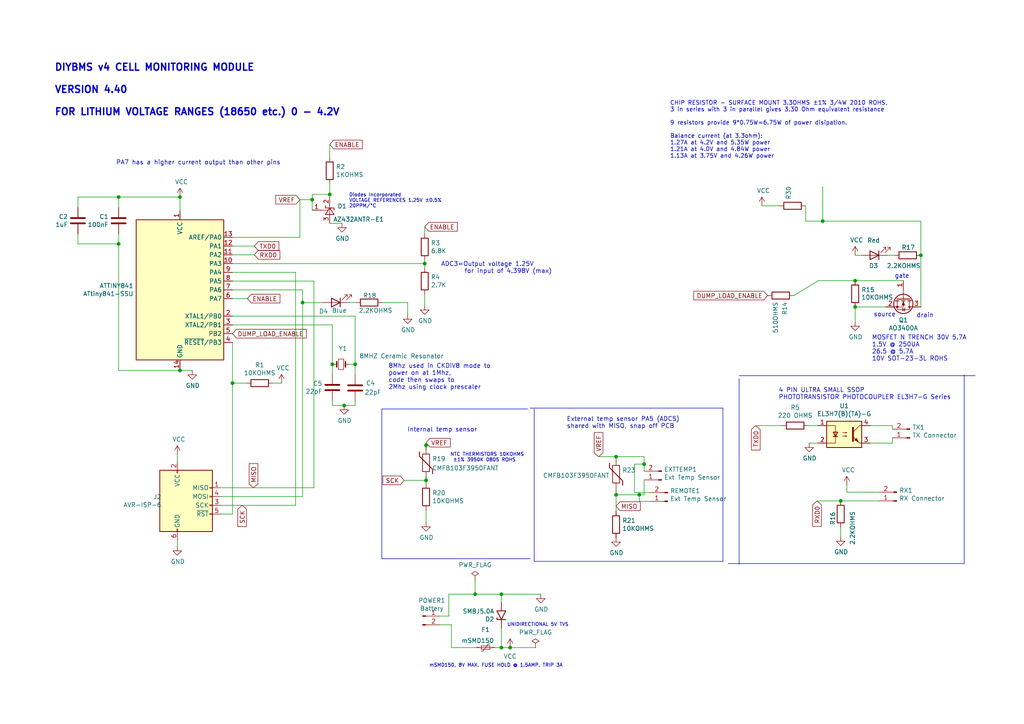
<source format=kicad_sch>
(kicad_sch (version 20230121) (generator eeschema)
  (paper "A4")
  (title_block (title "DIYBMS cell monitoring module") (date "2021-03-03") (rev "4.4") (company "Stuart Pittaway"))
  (lib_symbols
    (symbol "Connector:AVR-ISP-6" (pin_names (offset 1.016))
      (property "Reference" "J" (at -6.35 11.43 0))
      (property "Value" "AVR-ISP-6" (at 0 11.43 0))
      (symbol "AVR-ISP-6_0_1"
        (rectangle (start -2.667 -6.858) (end -2.413 -7.62))
        (rectangle (start -2.667 10.16) (end -2.413 9.398))
        (rectangle (start 7.62 -2.413) (end 6.858 -2.667))
        (rectangle (start 7.62 0.127) (end 6.858 -0.127))
        (rectangle (start 7.62 2.667) (end 6.858 2.413))
        (rectangle (start 7.62 5.207) (end 6.858 4.953))
        (rectangle (start 7.62 10.16) (end -7.62 -7.62) (stroke (width 0.254)) (fill (type background)))
      )
      (symbol "AVR-ISP-6_1_1"
        (pin passive line (at 10.16 5.08 180) (length 2.54) (name "MISO") (number "1"))
        (pin passive line (at -2.54 12.7 270) (length 2.54) (name "VCC") (number "2"))
        (pin passive line (at 10.16 0 180) (length 2.54) (name "SCK") (number "3"))
        (pin passive line (at 10.16 2.54 180) (length 2.54) (name "MOSI") (number "4"))
        (pin passive line (at 10.16 -2.54 180) (length 2.54) (name "~{RST}") (number "5"))
        (pin passive line (at -2.54 -10.16 90) (length 2.54) (name "GND") (number "6"))
      )
    )
    (symbol "Device:C" (pin_numbers hide) (pin_names (offset 0.254))
      (property "Reference" "C" (at 0.635 2.54 0))
      (property "Value" "C" (at 0.635 -2.54 0))
      (symbol "C_0_1"
        (polyline (pts (xy -2.032 -0.762) (xy 2.032 -0.762)) (stroke (width 0.508)))
        (polyline (pts (xy -2.032 0.762) (xy 2.032 0.762)) (stroke (width 0.508)))
      )
      (symbol "C_1_1"
        (pin passive line (at 0 3.81 270) (length 2.794) (name "~") (number "1"))
        (pin passive line (at 0 -3.81 90) (length 2.794) (name "~") (number "2"))
      )
    )
    (symbol "Device:Crystal_Small" (pin_numbers hide) (pin_names (offset 1.016) hide)
      (property "Reference" "Y" (at 0 2.54 0))
      (property "Value" "Crystal_Small" (at 0 -2.54 0))
      (symbol "Crystal_Small_0_1"
        (rectangle (start -0.762 -1.524) (end 0.762 1.524))
        (polyline (pts (xy -1.27 -0.762) (xy -1.27 0.762)) (stroke (width 0.381)))
        (polyline (pts (xy 1.27 -0.762) (xy 1.27 0.762)) (stroke (width 0.381)))
      )
      (symbol "Crystal_Small_1_1"
        (pin passive line (at -2.54 0 0) (length 1.27) (name "1") (number "1"))
        (pin passive line (at 2.54 0 180) (length 1.27) (name "2") (number "2"))
      )
    )
    (symbol "Device:LED" (pin_numbers hide) (pin_names (offset 1.016) hide)
      (property "Reference" "D" (at 0 2.54 0))
      (property "Value" "LED" (at 0 -2.54 0))
      (symbol "LED_0_1"
        (polyline (pts (xy -1.27 -1.27) (xy -1.27 1.27)) (stroke (width 0.254)))
        (polyline (pts (xy -1.27 0) (xy 1.27 0)))
        (polyline (pts (xy 1.27 -1.27) (xy 1.27 1.27) (xy -1.27 0) (xy 1.27 -1.27)) (stroke (width 0.254)))
        (polyline (pts (xy -3.048 -0.762) (xy -4.572 -2.286) (xy -3.81 -2.286) (xy -4.572 -2.286) (xy -4.572 -1.524)))
        (polyline (pts (xy -1.778 -0.762) (xy -3.302 -2.286) (xy -2.54 -2.286) (xy -3.302 -2.286) (xy -3.302 -1.524)))
      )
      (symbol "LED_1_1"
        (pin passive line (at -3.81 0 0) (length 2.54) (name "K") (number "1"))
        (pin passive line (at 3.81 0 180) (length 2.54) (name "A") (number "2"))
      )
    )
    (symbol "Device:Polyfuse_Small" (pin_numbers hide) (pin_names (offset 0))
      (property "Reference" "F" (at -1.905 0 90))
      (property "Value" "Polyfuse_Small" (at 1.905 0 90))
      (symbol "Polyfuse_Small_0_1"
        (rectangle (start -0.508 1.27) (end 0.508 -1.27))
        (polyline (pts (xy 0 2.54) (xy 0 -2.54)))
        (polyline (pts (xy -1.016 1.27) (xy -1.016 0.762) (xy 1.016 -0.762) (xy 1.016 -1.27)))
      )
      (symbol "Polyfuse_Small_1_1"
        (pin passive line (at 0 2.54 270) (length 0.635) (name "~") (number "1"))
        (pin passive line (at 0 -2.54 90) (length 0.635) (name "~") (number "2"))
      )
    )
    (symbol "Device:Q_NMOS_GSD" (pin_names (offset 0) hide)
      (property "Reference" "Q" (at 5.08 1.27 0))
      (property "Value" "Q_NMOS_GSD" (at 5.08 -1.27 0))
      (symbol "Q_NMOS_GSD_0_1"
        (polyline (pts (xy 0.254 0) (xy -2.54 0)))
        (polyline (pts (xy 0.254 1.905) (xy 0.254 -1.905)) (stroke (width 0.254)))
        (polyline (pts (xy 0.762 -1.27) (xy 0.762 -2.286)) (stroke (width 0.254)))
        (polyline (pts (xy 0.762 0.508) (xy 0.762 -0.508)) (stroke (width 0.254)))
        (polyline (pts (xy 0.762 2.286) (xy 0.762 1.27)) (stroke (width 0.254)))
        (polyline (pts (xy 2.54 2.54) (xy 2.54 1.778)))
        (polyline (pts (xy 2.54 -2.54) (xy 2.54 0) (xy 0.762 0)))
        (polyline (pts (xy 0.762 -1.778) (xy 3.302 -1.778) (xy 3.302 1.778) (xy 0.762 1.778)))
        (polyline (pts (xy 1.016 0) (xy 2.032 0.381) (xy 2.032 -0.381) (xy 1.016 0)) (fill (type outline)))
        (polyline (pts (xy 2.794 0.508) (xy 2.921 0.381) (xy 3.683 0.381) (xy 3.81 0.254)))
        (polyline (pts (xy 3.302 0.381) (xy 2.921 -0.254) (xy 3.683 -0.254) (xy 3.302 0.381)))
        (circle (center 1.651 0) (radius 2.794) (stroke (width 0.254)))
        (circle (center 2.54 -1.778) (radius 0.254) (fill (type outline)))
        (circle (center 2.54 1.778) (radius 0.254) (fill (type outline)))
      )
      (symbol "Q_NMOS_GSD_1_1"
        (pin input line (at -5.08 0 0) (length 2.54) (name "G") (number "1"))
        (pin passive line (at 2.54 -5.08 90) (length 2.54) (name "S") (number "2"))
        (pin passive line (at 2.54 5.08 270) (length 2.54) (name "D") (number "3"))
      )
    )
    (symbol "Device:R" (pin_numbers hide) (pin_names (offset 0))
      (property "Reference" "R" (at 2.032 0 90))
      (property "Value" "R" (at 0 0 90))
      (symbol "R_0_1"
        (rectangle (start -1.016 -2.54) (end 1.016 2.54) (stroke (width 0.254)))
      )
      (symbol "R_1_1"
        (pin passive line (at 0 3.81 270) (length 1.27) (name "~") (number "1"))
        (pin passive line (at 0 -3.81 90) (length 1.27) (name "~") (number "2"))
      )
    )
    (symbol "Device:Thermistor" (pin_numbers hide) (pin_names (offset 0))
      (property "Reference" "TH" (at 2.54 1.27 90))
      (property "Value" "Thermistor" (at -2.54 0 90))
      (symbol "Thermistor_0_1"
        (rectangle (start -1.016 2.54) (end 1.016 -2.54) (stroke (width 0.2032)))
        (polyline (pts (xy -1.905 3.175) (xy -1.905 1.905) (xy 1.905 -1.905) (xy 1.905 -3.175) (xy 1.905 -3.175)) (stroke (width 0.254)))
      )
      (symbol "Thermistor_1_1"
        (pin passive line (at 0 5.08 270) (length 2.54) (name "~") (number "1"))
        (pin passive line (at 0 -5.08 90) (length 2.54) (name "~") (number "2"))
      )
    )
    (symbol "Diode:SM6T6V8A" (pin_numbers hide) (pin_names (offset 1.016) hide)
      (property "Reference" "D" (at 0 2.54 0))
      (property "Value" "SM6T6V8A" (at 0 -2.54 0))
      (symbol "SM6T6V8A_0_1"
        (polyline (pts (xy -0.762 1.27) (xy -1.27 1.27) (xy -1.27 -1.27)) (stroke (width 0.254)))
        (polyline (pts (xy 1.27 1.27) (xy 1.27 -1.27) (xy -1.27 0) (xy 1.27 1.27)) (stroke (width 0.254)))
      )
      (symbol "SM6T6V8A_1_1"
        (pin passive line (at -3.81 0 0) (length 2.54) (name "A1") (number "1"))
        (pin passive line (at 3.81 0 180) (length 2.54) (name "A2") (number "2"))
      )
    )
    (symbol "Isolator:PC817" (pin_names (offset 1.016))
      (property "Reference" "U" (at -5.08 5.08 0))
      (property "Value" "PC817" (at 0 5.08 0))
      (symbol "PC817_0_1"
        (rectangle (start -5.08 3.81) (end 5.08 -3.81) (stroke (width 0.254)) (fill (type background)))
        (polyline (pts (xy -3.175 -0.635) (xy -1.905 -0.635)) (stroke (width 0.254)))
        (polyline (pts (xy 2.54 0.635) (xy 4.445 2.54)))
        (polyline (pts (xy 4.445 -2.54) (xy 2.54 -0.635)) (fill (type outline)))
        (polyline (pts (xy 4.445 -2.54) (xy 5.08 -2.54)))
        (polyline (pts (xy 4.445 2.54) (xy 5.08 2.54)))
        (polyline (pts (xy -5.08 2.54) (xy -2.54 2.54) (xy -2.54 -0.635)))
        (polyline (pts (xy -2.54 -0.635) (xy -2.54 -2.54) (xy -5.08 -2.54)))
        (polyline (pts (xy 2.54 1.905) (xy 2.54 -1.905) (xy 2.54 -1.905)) (stroke (width 0.508)))
        (polyline (pts (xy -2.54 -0.635) (xy -3.175 0.635) (xy -1.905 0.635) (xy -2.54 -0.635)) (stroke (width 0.254)))
        (polyline (pts (xy -0.508 -0.508) (xy 0.762 -0.508) (xy 0.381 -0.635) (xy 0.381 -0.381) (xy 0.762 -0.508)))
        (polyline (pts (xy -0.508 0.508) (xy 0.762 0.508) (xy 0.381 0.381) (xy 0.381 0.635) (xy 0.762 0.508)))
        (polyline (pts (xy 3.048 -1.651) (xy 3.556 -1.143) (xy 4.064 -2.159) (xy 3.048 -1.651) (xy 3.048 -1.651)) (fill (type outline)))
      )
      (symbol "PC817_1_1"
        (pin passive line (at -7.62 2.54 0) (length 2.54) (name "~") (number "1"))
        (pin passive line (at -7.62 -2.54 0) (length 2.54) (name "~") (number "2"))
        (pin passive line (at 7.62 -2.54 180) (length 2.54) (name "~") (number "3"))
        (pin passive line (at 7.62 2.54 180) (length 2.54) (name "~") (number "4"))
      )
    )
    (symbol "ModuleV440-rescue:ATtiny841-SSU-MCU_Microchip_ATtiny"
      (property "Reference" "U" (at -12.7 21.59 0))
      (property "Value" "MCU_Microchip_ATtiny_ATtiny841-SSU" (at 2.54 -21.59 0))
      (symbol "ATtiny841-SSU-MCU_Microchip_ATtiny_0_1"
        (rectangle (start -12.7 -20.32) (end 12.7 20.32) (stroke (width 0.254)) (fill (type background)))
      )
      (symbol "ATtiny841-SSU-MCU_Microchip_ATtiny_1_1"
        (pin power_in line (at 0 22.86 270) (length 2.54) (name "VCC") (number "1"))
        (pin bidirectional line (at 15.24 7.62 180) (length 2.54) (name "PA3") (number "10"))
        (pin bidirectional line (at 15.24 10.16 180) (length 2.54) (name "PA2") (number "11"))
        (pin bidirectional line (at 15.24 12.7 180) (length 2.54) (name "PA1") (number "12"))
        (pin bidirectional line (at 15.24 15.24 180) (length 2.54) (name "AREF/PA0") (number "13"))
        (pin power_in line (at 0 -22.86 90) (length 2.54) (name "GND") (number "14"))
        (pin bidirectional line (at 15.24 -7.62 180) (length 2.54) (name "XTAL1/PB0") (number "2"))
        (pin bidirectional line (at 15.24 -10.16 180) (length 2.54) (name "XTAL2/PB1") (number "3"))
        (pin bidirectional line (at 15.24 -15.24 180) (length 2.54) (name "~{RESET}/PB3") (number "4"))
        (pin bidirectional line (at 15.24 -12.7 180) (length 2.54) (name "PB2") (number "5"))
        (pin bidirectional line (at 15.24 -2.54 180) (length 2.54) (name "PA7") (number "6"))
        (pin bidirectional line (at 15.24 0 180) (length 2.54) (name "PA6") (number "7"))
        (pin bidirectional line (at 15.24 2.54 180) (length 2.54) (name "PA5") (number "8"))
        (pin bidirectional line (at 15.24 5.08 180) (length 2.54) (name "PA4") (number "9"))
      )
    )
    (symbol "ModuleV440-rescue:Conn_01x02_Male-Connector" (pin_names (offset 1.016) hide)
      (property "Reference" "J" (at 0 2.54 0))
      (property "Value" "Connector_Conn_01x02_Male" (at 0 -5.08 0))
      (symbol "Conn_01x02_Male-Connector_1_1"
        (polyline (pts (xy 1.27 -2.54) (xy 0.8636 -2.54)) (stroke (width 0.1524)))
        (polyline (pts (xy 1.27 0) (xy 0.8636 0)) (stroke (width 0.1524)))
        (rectangle (start 0.8636 -2.413) (end 0 -2.667) (stroke (width 0.1524)) (fill (type outline)))
        (rectangle (start 0.8636 0.127) (end 0 -0.127) (stroke (width 0.1524)) (fill (type outline)))
        (pin passive line (at 5.08 0 180) (length 3.81) (name "Pin_1") (number "1"))
        (pin passive line (at 5.08 -2.54 180) (length 3.81) (name "Pin_2") (number "2"))
      )
    )
    (symbol "Reference_Voltage:LM385Z-ADJ" (pin_names (offset 0.0254) hide)
      (property "Reference" "U" (at 1.905 3.81 0))
      (property "Value" "LM385Z-ADJ" (at 0 -3.175 0))
      (symbol "LM385Z-ADJ_0_1"
        (polyline (pts (xy 0 2.54) (xy 0 0.381)))
        (polyline (pts (xy -1.27 0) (xy 0 0) (xy 1.27 0)))
        (polyline (pts (xy -1.27 -1.27) (xy 0.635 0) (xy -1.27 1.27) (xy -1.27 -1.27)) (stroke (width 0.2032)))
        (polyline (pts (xy 0 -1.27) (xy 0.635 -1.27) (xy 0.635 1.27) (xy 1.27 1.27)) (stroke (width 0.2032)))
      )
      (symbol "LM385Z-ADJ_1_1"
        (pin input line (at 0 5.08 270) (length 2.54) (name "FB") (number "1"))
        (pin passive line (at 3.81 0 180) (length 2.54) (name "K") (number "2"))
        (pin passive line (at -3.81 0 0) (length 2.54) (name "A") (number "3"))
      )
    )
    (symbol "power:GND" (power) (pin_names (offset 0))
      (property "Value" "GND" (at 0 -3.81 0))
      (symbol "GND_0_1"
        (polyline (pts (xy 0 0) (xy 0 -1.27) (xy 1.27 -1.27) (xy 0 -2.54) (xy -1.27 -1.27) (xy 0 -1.27)))
      )
      (symbol "GND_1_1"
        (pin power_in line (at 0 0 270) (length 0) hide (name "GND") (number "1"))
      )
    )
    (symbol "power:PWR_FLAG" (power) (pin_numbers hide) (pin_names (offset 0) hide)
      (property "Value" "PWR_FLAG" (at 0 3.81 0))
      (symbol "PWR_FLAG_0_0"
        (pin power_out line (at 0 0 90) (length 0) (name "pwr") (number "1"))
      )
      (symbol "PWR_FLAG_0_1"
        (polyline (pts (xy 0 0) (xy 0 1.27) (xy -1.016 1.905) (xy 0 2.54) (xy 1.016 1.905) (xy 0 1.27)))
      )
    )
    (symbol "power:VCC" (power) (pin_names (offset 0))
      (property "Value" "VCC" (at 0 3.81 0))
      (symbol "VCC_0_1"
        (polyline (pts (xy -0.762 1.27) (xy 0 2.54)))
        (polyline (pts (xy 0 0) (xy 0 2.54)))
        (polyline (pts (xy 0 2.54) (xy 0.762 1.27)))
      )
      (symbol "VCC_1_1"
        (pin power_in line (at 0 0 90) (length 0) hide (name "VCC") (number "1"))
      )
    )
  )
  (junction (at 178.689 132.461))
  (junction (at 123.571 139.319))
  (junction (at 123.571 129.159))
  (junction (at 147.955 187.833))
  (junction (at 52.197 107.442))
  (junction (at 123.19 76.454))
  (junction (at 34.417 57.15))
  (junction (at 145.415 187.833))
  (junction (at 90.551 57.912))
  (junction (at 95.631 56.388))
  (junction (at 52.197 57.15))
  (junction (at 267.081 74.041))
  (junction (at 137.795 172.339))
  (junction (at 102.997 105.664))
  (junction (at 67.437 111.125))
  (junction (at 145.415 172.339))
  (junction (at 186.817 134.62))
  (junction (at 87.757 87.757))
  (junction (at 96.393 105.664))
  (junction (at 34.417 70.739))
  (junction (at 243.84 145.288))
  (junction (at 248.031 89.027))
  (junction (at 185.42 143.51))
  (junction (at 99.822 117.602))
  (junction (at 238.633 64.135))
  (junction (at 248.031 81.407))
  (junction (at 178.689 143.51))
  (wire (pts (xy 22.606 67.818) (xy 22.606 70.739)))
  (wire (pts (xy 184.023 142.875) (xy 188.595 142.875)))
  (wire (pts (xy 130.937 181.229) (xy 130.937 187.833)))
  (wire (pts (xy 233.68 64.135) (xy 233.68 59.69)))
  (wire (pts (xy 123.571 139.319) (xy 123.571 140.335)))
  (wire (pts (xy 143.383 187.833) (xy 145.415 187.833)))
  (wire (pts (xy 67.437 78.994) (xy 85.725 78.994)))
  (wire (pts (xy 248.031 74.041) (xy 249.809 74.041)))
  (wire (pts (xy 55.753 107.442) (xy 52.197 107.442)))
  (wire (pts (xy 96.393 105.664) (xy 96.393 108.585)))
  (wire (pts (xy 86.995 57.912) (xy 86.995 68.834)))
  (wire (pts (xy 145.415 172.339) (xy 156.845 172.339)))
  (wire (pts (xy 245.618 142.748) (xy 255.016 142.748)))
  (wire (pts (xy 64.135 144.018) (xy 87.757 144.018)))
  (wire (pts (xy 178.689 143.51) (xy 185.42 143.51)))
  (wire (pts (xy 90.551 60.96) (xy 90.551 57.912)))
  (polyline (pts (xy 214.376 109.855) (xy 214.376 163.703)))
  (wire (pts (xy 185.42 145.415) (xy 185.42 143.51)))
  (wire (pts (xy 123.19 76.454) (xy 123.19 75.438)))
  (wire (pts (xy 123.571 129.159) (xy 123.571 128.397)))
  (wire (pts (xy 67.437 73.914) (xy 73.787 73.914)))
  (wire (pts (xy 22.606 57.15) (xy 34.417 57.15)))
  (wire (pts (xy 71.501 111.125) (xy 67.437 111.125)))
  (polyline (pts (xy 209.677 118.364) (xy 209.677 162.814)))
  (wire (pts (xy 256.921 89.027) (xy 248.031 89.027)))
  (wire (pts (xy 220.98 59.69) (xy 226.06 59.69)))
  (wire (pts (xy 52.197 57.15) (xy 52.197 61.214)))
  (wire (pts (xy 102.997 105.664) (xy 102.997 108.712)))
  (wire (pts (xy 123.19 77.724) (xy 123.19 76.454)))
  (wire (pts (xy 22.606 70.739) (xy 34.417 70.739)))
  (wire (pts (xy 238.633 64.135) (xy 267.081 64.135)))
  (wire (pts (xy 34.417 70.739) (xy 34.417 107.442)))
  (wire (pts (xy 79.121 111.125) (xy 81.661 111.125)))
  (polyline (pts (xy 282.829 108.966) (xy 214.376 108.966)))
  (wire (pts (xy 267.081 74.041) (xy 267.081 89.027)))
  (wire (pts (xy 147.955 187.833) (xy 155.321 187.833)))
  (wire (pts (xy 123.571 138.049) (xy 123.571 139.319)))
  (wire (pts (xy 252.476 128.524) (xy 258.826 128.524)))
  (wire (pts (xy 178.689 148.336) (xy 178.689 143.51)))
  (wire (pts (xy 236.982 145.288) (xy 243.84 145.288)))
  (polyline (pts (xy 153.035 118.618) (xy 110.744 118.618)))
  (wire (pts (xy 64.135 149.098) (xy 67.437 149.098)))
  (polyline (pts (xy 154.94 162.814) (xy 154.94 118.618)))
  (wire (pts (xy 243.84 152.908) (xy 243.84 155.702)))
  (wire (pts (xy 99.822 117.602) (xy 102.997 117.602)))
  (wire (pts (xy 186.817 134.62) (xy 186.817 136.652)))
  (wire (pts (xy 90.551 56.388) (xy 95.631 56.388)))
  (wire (pts (xy 87.757 144.018) (xy 87.757 87.757)))
  (wire (pts (xy 90.551 57.912) (xy 90.551 56.388)))
  (wire (pts (xy 123.571 130.429) (xy 123.571 129.159)))
  (wire (pts (xy 87.757 84.074) (xy 87.757 87.757)))
  (wire (pts (xy 145.415 182.245) (xy 145.415 187.833)))
  (wire (pts (xy 52.197 57.15) (xy 34.417 57.15)))
  (wire (pts (xy 85.725 78.994) (xy 85.725 146.558)))
  (polyline (pts (xy 209.677 162.814) (xy 154.94 162.814)))
  (polyline (pts (xy 110.744 162.052) (xy 153.797 162.052)))
  (wire (pts (xy 64.135 141.478) (xy 91.059 141.478)))
  (wire (pts (xy 130.175 172.339) (xy 130.175 178.689)))
  (wire (pts (xy 34.417 67.818) (xy 34.417 70.739)))
  (wire (pts (xy 186.817 143.51) (xy 186.817 139.192)))
  (polyline (pts (xy 279.654 163.449) (xy 279.654 108.712)))
  (wire (pts (xy 173.609 132.461) (xy 178.689 132.461)))
  (wire (pts (xy 237.363 81.407) (xy 248.031 81.407)))
  (wire (pts (xy 226.822 123.444) (xy 219.202 123.444)))
  (wire (pts (xy 102.997 91.694) (xy 102.997 105.664)))
  (wire (pts (xy 238.633 54.102) (xy 238.633 64.135)))
  (wire (pts (xy 101.219 87.757) (xy 103.251 87.757)))
  (wire (pts (xy 67.437 91.694) (xy 102.997 91.694)))
  (wire (pts (xy 67.437 111.125) (xy 67.437 149.098)))
  (wire (pts (xy 186.817 132.461) (xy 186.817 134.62)))
  (wire (pts (xy 102.997 116.332) (xy 102.997 117.602)))
  (wire (pts (xy 96.393 94.234) (xy 96.393 105.664)))
  (wire (pts (xy 67.437 94.234) (xy 96.393 94.234)))
  (wire (pts (xy 118.237 87.757) (xy 118.237 91.313)))
  (wire (pts (xy 234.442 123.444) (xy 237.236 123.444)))
  (wire (pts (xy 52.197 106.934) (xy 52.197 107.442)))
  (wire (pts (xy 51.435 133.858) (xy 51.435 131.826)))
  (wire (pts (xy 95.631 56.388) (xy 95.631 53.34)))
  (wire (pts (xy 257.429 74.041) (xy 259.461 74.041)))
  (wire (pts (xy 93.599 87.757) (xy 87.757 87.757)))
  (wire (pts (xy 67.437 86.614) (xy 72.009 86.614)))
  (wire (pts (xy 67.437 76.454) (xy 123.19 76.454)))
  (wire (pts (xy 34.417 107.442) (xy 52.197 107.442)))
  (wire (pts (xy 258.826 128.524) (xy 258.826 127)))
  (wire (pts (xy 145.415 172.339) (xy 137.795 172.339)))
  (polyline (pts (xy 211.201 163.449) (xy 279.654 163.449)))
  (wire (pts (xy 87.757 84.074) (xy 67.437 84.074)))
  (wire (pts (xy 178.689 143.51) (xy 178.689 142.621)))
  (wire (pts (xy 123.571 139.319) (xy 117.221 139.319)))
  (polyline (pts (xy 153.797 118.364) (xy 209.677 118.364)))
  (wire (pts (xy 184.023 134.62) (xy 184.023 142.875)))
  (wire (pts (xy 186.817 134.62) (xy 184.023 134.62)))
  (wire (pts (xy 233.68 64.135) (xy 238.633 64.135)))
  (wire (pts (xy 178.689 132.461) (xy 186.817 132.461)))
  (wire (pts (xy 123.571 151.511) (xy 123.571 147.955)))
  (wire (pts (xy 96.393 117.602) (xy 96.393 116.205)))
  (wire (pts (xy 145.415 174.625) (xy 145.415 172.339)))
  (wire (pts (xy 123.19 88.646) (xy 123.19 85.344)))
  (wire (pts (xy 95.631 64.77) (xy 99.187 64.77)))
  (wire (pts (xy 127.635 181.229) (xy 130.937 181.229)))
  (wire (pts (xy 262.001 81.407) (xy 248.031 81.407)))
  (wire (pts (xy 67.437 81.534) (xy 91.059 81.534)))
  (wire (pts (xy 267.081 64.135) (xy 267.081 74.041)))
  (wire (pts (xy 22.606 60.198) (xy 22.606 57.15)))
  (wire (pts (xy 243.84 145.288) (xy 255.016 145.288)))
  (wire (pts (xy 34.417 57.15) (xy 34.417 60.198)))
  (wire (pts (xy 91.059 81.534) (xy 91.059 141.478)))
  (wire (pts (xy 110.871 87.757) (xy 118.237 87.757)))
  (wire (pts (xy 185.42 143.51) (xy 186.817 143.51)))
  (wire (pts (xy 95.631 41.91) (xy 95.631 45.72)))
  (wire (pts (xy 145.415 187.833) (xy 147.955 187.833)))
  (wire (pts (xy 67.437 68.834) (xy 86.995 68.834)))
  (wire (pts (xy 67.437 71.374) (xy 73.787 71.374)))
  (wire (pts (xy 188.595 145.415) (xy 185.42 145.415)))
  (wire (pts (xy 101.473 105.664) (xy 102.997 105.664)))
  (wire (pts (xy 258.826 123.444) (xy 258.826 124.46)))
  (wire (pts (xy 90.551 57.912) (xy 86.995 57.912)))
  (polyline (pts (xy 110.744 118.618) (xy 110.744 162.052)))
  (wire (pts (xy 123.19 67.818) (xy 123.19 65.786)))
  (wire (pts (xy 67.437 99.314) (xy 67.437 111.125)))
  (wire (pts (xy 234.696 128.524) (xy 237.236 128.524)))
  (wire (pts (xy 130.175 172.339) (xy 137.795 172.339)))
  (wire (pts (xy 95.631 57.15) (xy 95.631 56.388)))
  (wire (pts (xy 245.618 142.748) (xy 245.618 140.716)))
  (wire (pts (xy 96.393 117.602) (xy 99.822 117.602)))
  (wire (pts (xy 137.795 172.339) (xy 137.795 168.275)))
  (wire (pts (xy 248.031 89.027) (xy 248.031 93.345)))
  (wire (pts (xy 130.937 187.833) (xy 138.303 187.833)))
  (wire (pts (xy 64.135 146.558) (xy 85.725 146.558)))
  (wire (pts (xy 252.476 123.444) (xy 258.826 123.444)))
  (wire (pts (xy 51.435 156.718) (xy 51.435 158.496)))
  (wire (pts (xy 237.363 81.407) (xy 230.251 85.725)))
  (wire (pts (xy 127.635 178.689) (xy 130.175 178.689)))
  (text "PA7 has a higher current output than other pins" (at 33.655 48.006 0) (effects (font (size 1.27 1.27)) (justify left bottom)))
  (text "CHIP RESISTOR - SURFACE MOUNT 3.3OHMS ±1% 3/4W 2010 ROHS, \n3 in series with 3 in parallel gives 3.30 Ohm equivalent resistance\n\n9 resistors provide 9*0.75W=6.75W of power disipation.\n\nBalance current (at 3.3ohm):\n1.27A at 4.2V and 5.35W power\n1.21A at 4.0V and 4.84W power\n1.13A at 3.75V and 4.26W power\n\n\n" (at 194.31 49.911 0) (effects (font (size 1.1938 1.1938)) (justify left bottom)))
  (text "drain" (at 265.811 92.329 0) (effects (font (size 1.27 1.27)) (justify left bottom)))
  (text "mSMD150, 8V MAX, FUSE HOLD @ 1.5AMP, TRIP 3A" (at 124.46 193.675 0) (effects (font (size 0.9906 0.9906)) (justify left bottom)))
  (text "8Mhz used in CKDIV8 mode to \npower on at 1Mhz,\ncode then swaps to \n2Mhz using clock prescaler" (at 112.649 113.157 0) (effects (font (size 1.27 1.27)) (justify left bottom)))
  (text "4 PIN ULTRA SMALL SSOP\nPHOTOTRANSISTOR PHOTOCOUPLER EL3H7-G Series\n" (at 225.806 116.078 0) (effects (font (size 1.27 1.27)) (justify left bottom)))
  (text "ADC3=Output voltage 1.25V \n       for input of 4.398V (max)" (at 127.889 79.502 0) (effects (font (size 1.27 1.27)) (justify left bottom)))
  (text "Diodes Incorporated\nVOLTAGE REFERENCES 1.25V ±0.5% \n20PPM/°C" (at 101.219 60.452 0) (effects (font (size 0.9906 0.9906)) (justify left bottom)))
  (text "source" (at 253.365 92.075 0) (effects (font (size 1.27 1.27)) (justify left bottom)))
  (text "DIYBMS v4 CELL MONITORING MODULE\n\nVERSION 4.40\n\nFOR LITHIUM VOLTAGE RANGES (18650 etc.) 0 - 4.2V" (at 15.748 33.782 0) (effects (font (size 2.0066 2.0066) (thickness 0.4013) bold) (justify left bottom)))
  (text "UNIDIRECTIONAL 5V TVS " (at 147.066 181.864 0) (effects (font (size 0.9906 0.9906)) (justify left bottom)))
  (text "NTC THERMISTORS 10KOHMS\n ±1% 3950K 0805 ROHS" (at 130.556 134.112 0) (effects (font (size 0.9906 0.9906)) (justify left bottom)))
  (text "gate" (at 259.461 80.899 0) (effects (font (size 1.27 1.27)) (justify left bottom)))
  (text "Internal temp sensor" (at 118.11 125.476 0) (effects (font (size 1.27 1.27)) (justify left bottom)))
  (text "External temp sensor PA5 (ADC5) \nshared with MISO, snap off PCB" (at 164.338 124.46 0) (effects (font (size 1.27 1.27)) (justify left bottom)))
  (text "MOSFET N TRENCH 30V 5.7A \n1.5V @ 250UA \n26.5 @ 5.7A\n10V SOT-23-3L ROHS" (at 252.857 104.902 0) (effects (font (size 1.27 1.27)) (justify left bottom)))
  (global_label "VREF" (shape input) (at 123.571 128.397 0) (property "Intersheetrefs" "${INTERSHEET_REFS}" (effects hide)))
  (global_label "TXD0" (shape input) (at 219.202 123.444 270) (property "Intersheetrefs" "${INTERSHEET_REFS}" (effects hide)))
  (global_label "DUMP_LOAD_ENABLE" (shape input) (at 222.631 85.725 180) (property "Intersheetrefs" "${INTERSHEET_REFS}" (effects hide)))
  (global_label "MISO" (shape input) (at 73.533 141.478 90) (property "Intersheetrefs" "${INTERSHEET_REFS}" (effects hide)))
  (global_label "SCK" (shape input) (at 70.231 146.558 270) (property "Intersheetrefs" "${INTERSHEET_REFS}" (effects hide)))
  (global_label "DUMP_LOAD_ENABLE" (shape input) (at 67.437 96.774 0) (property "Intersheetrefs" "${INTERSHEET_REFS}" (effects hide)))
  (global_label "RXD0" (shape input) (at 73.787 73.914 0) (property "Intersheetrefs" "${INTERSHEET_REFS}" (effects hide)))
  (global_label "MISO" (shape input) (at 178.689 146.812 0) (property "Intersheetrefs" "${INTERSHEET_REFS}" (effects hide)))
  (global_label "RXD0" (shape input) (at 236.982 145.288 270) (property "Intersheetrefs" "${INTERSHEET_REFS}" (effects hide)))
  (global_label "VREF" (shape input) (at 86.995 57.912 180) (property "Intersheetrefs" "${INTERSHEET_REFS}" (effects hide)))
  (global_label "ENABLE" (shape input) (at 123.19 65.786 0) (property "Intersheetrefs" "${INTERSHEET_REFS}" (effects hide)))
  (global_label "VREF" (shape input) (at 173.609 132.461 90) (property "Intersheetrefs" "${INTERSHEET_REFS}" (effects hide)))
  (global_label "ENABLE" (shape input) (at 71.755 86.614 0) (property "Intersheetrefs" "${INTERSHEET_REFS}" (effects hide)))
  (global_label "TXD0" (shape input) (at 73.787 71.374 0) (property "Intersheetrefs" "${INTERSHEET_REFS}" (effects hide)))
  (global_label "ENABLE" (shape input) (at 95.631 41.91 0) (property "Intersheetrefs" "${INTERSHEET_REFS}" (effects hide)))
  (global_label "SCK" (shape input) (at 117.221 139.319 180) (property "Intersheetrefs" "${INTERSHEET_REFS}" (effects hide)))
  (symbol (lib_id "ModuleV440-rescue:ATtiny841-SSU-MCU_Microchip_ATtiny") (at 52.197 84.074 0) (unit 1)
    (property "Reference" "ATTINY841" (at 38.735 82.9056 0) (effects (justify right)))
    (property "Value" "ATtiny841-SSU" (at 38.735 85.217 0) (effects (justify right)))
    (property "Footprint" "Package_SO:SOIC-14_3.9x8.7mm_P1.27mm" (effects hide))
    (property "Datasheet" "http://ww1.microchip.com/downloads/en/DeviceDoc/Atmel-8495-8-bit-AVR-Microcontrollers-ATtiny441-ATtiny841_Datasheet.pdf" (effects hide))
    (property "LCSCStockCode" "C219103" (effects hide))
  )
  (symbol (lib_id "Isolator:PC817") (at 244.856 125.984 0) (unit 1)
    (property "Reference" "U1" (at 244.856 117.729 0))
    (property "Value" "EL3H7(B)(TA)-G" (at 244.856 120.0404 0))
    (property "Footprint" "Package_SO:SOP-4_4.4x2.6mm_P1.27mm" (effects hide))
    (property "Datasheet" "https://datasheet.lcsc.com/szlcsc/Everlight-Elec-EL3H7-B-TA-G_C32565.pdf" (effects hide))
    (property "LCSCStockCode" "C32565" (effects hide))
    (property "PartNumber" "EL3H7(B)(TA)-G" (effects hide))
    (property "JLCPCBRotation" "90" (effects hide))
  )
  (symbol (lib_id "ModuleV440-rescue:Conn_01x02_Male-Connector") (at 263.906 127 180) (unit 1)
    (property "Reference" "TX1" (at 264.5918 123.952 0) (effects (justify right)))
    (property "Value" "TX Connector" (at 264.5918 126.2634 0) (effects (justify right)))
    (property "Footprint" "Connector_JST:JST_PH_S2B-PH-K_1x02_P2.00mm_Horizontal" (effects hide))
    (property "Datasheet" "https://datasheet.lcsc.com/szlcsc/JST-Sales-America-S2B-PH-K-S-LF-SN_C173752.pdf" (effects hide))
    (property "LCSCStockCode" "C265016" (effects hide))
    (property "PartNumber" "S2B-PH-K(LF)(SN)" (effects hide))
  )
  (symbol (lib_id "Device:R") (at 230.632 123.444 270) (unit 1)
    (property "Reference" "R5" (at 230.632 118.1862 90))
    (property "Value" "220 OHMS" (at 230.632 120.4976 90))
    (property "Footprint" "Resistor_SMD:R_0805_2012Metric" (effects hide))
    (property "LCSCStockCode" "C17557" (effects hide))
    (property "PartNumber" "0805W8F2200T5E" (effects hide))
  )
  (symbol (lib_id "power:GND") (at 234.696 128.524 0) (unit 1)
    (property "Reference" "#PWR0109" (effects hide))
    (property "Value" "GND" (at 234.823 132.9182 0))
  )
  (symbol (lib_id "Device:Q_NMOS_GSD") (at 262.001 86.487 270) (unit 1)
    (property "Reference" "Q1" (at 262.001 92.837 90))
    (property "Value" "AO3400A" (at 262.001 95.1484 90))
    (property "Footprint" "TO_SOT_Packages_SMD:SOT-23" (effects hide))
    (property "Datasheet" "https://datasheet.lcsc.com/szlcsc/Alpha-Omega-Semicon-AOS-AO3400A_C20917.pdf" (effects hide))
    (property "LCSCStockCode" "C20917" (effects hide))
    (property "PartNumber" "AO3400A" (effects hide))
  )
  (symbol (lib_id "Device:R") (at 248.031 85.217 0) (unit 1)
    (property "Reference" "R15" (at 249.809 84.0486 0) (effects (justify left)))
    (property "Value" "10KOHMS" (at 249.809 86.233 0) (effects (justify left)))
    (property "Footprint" "Resistor_SMD:R_0805_2012Metric" (effects hide))
    (property "LCSCStockCode" "C17414" (effects hide))
    (property "PartNumber" "0805W8F1002T5E" (effects hide))
  )
  (symbol (lib_id "power:GND") (at 248.031 93.345 0) (unit 1)
    (property "Reference" "#PWR0110" (effects hide))
    (property "Value" "GND" (at 248.158 97.7392 0))
  )
  (symbol (lib_id "Device:Thermistor") (at 123.571 134.239 0) (unit 1)
    (property "Reference" "R19" (at 125.349 133.0706 0) (effects (justify left)))
    (property "Value" "CMFB103F3950FANT" (at 125.349 135.763 0) (effects (justify left)))
    (property "Footprint" "Resistor_SMD:R_0805_2012Metric" (effects hide))
    (property "Datasheet" "https://datasheet.lcsc.com/szlcsc/Guangdong-Fenghua-Advanced-Tech-CMFB103F3950FANT_C51597.pdf" (effects hide))
    (property "LCSCStockCode" "C51597" (effects hide))
    (property "PartNumber" "CMFB103F3950FANT" (effects hide))
  )
  (symbol (lib_id "Device:R") (at 123.571 144.145 0) (unit 1)
    (property "Reference" "R20" (at 125.349 142.9766 0) (effects (justify left)))
    (property "Value" "10KOHMS" (at 125.349 145.288 0) (effects (justify left)))
    (property "Footprint" "Resistor_SMD:R_0805_2012Metric" (effects hide))
    (property "LCSCStockCode" "C17414" (effects hide))
    (property "PartNumber" "0805W8F1002T5E" (effects hide))
  )
  (symbol (lib_id "power:GND") (at 123.571 151.511 0) (unit 1)
    (property "Reference" "#PWR0115" (effects hide))
    (property "Value" "GND" (at 123.698 155.9052 0))
  )
  (symbol (lib_id "ModuleV440-rescue:Conn_01x02_Male-Connector") (at 260.096 145.288 180) (unit 1)
    (property "Reference" "RX1" (at 260.7818 142.24 0) (effects (justify right)))
    (property "Value" "RX Connector" (at 260.7818 144.5514 0) (effects (justify right)))
    (property "Footprint" "Connector_JST:JST_PH_S2B-PH-K_1x02_P2.00mm_Horizontal" (effects hide))
    (property "Datasheet" "https://datasheet.lcsc.com/szlcsc/JST-Sales-America-S2B-PH-K-S-LF-SN_C173752.pdf" (effects hide))
    (property "LCSCStockCode" "C265016" (effects hide))
    (property "PartNumber" "S2B-PH-K(LF)(SN)" (effects hide))
  )
  (symbol (lib_id "power:VCC") (at 245.618 140.716 0) (unit 1)
    (property "Reference" "#PWR0112" (effects hide))
    (property "Value" "VCC" (at 246.0498 136.3218 0))
  )
  (symbol (lib_id "power:GND") (at 243.84 155.702 0) (unit 1)
    (property "Reference" "#PWR0113" (effects hide))
    (property "Value" "GND" (at 243.967 160.0962 0))
  )
  (symbol (lib_id "Device:R") (at 243.84 149.098 180) (unit 1)
    (property "Reference" "R16" (at 241.554 150.368 90))
    (property "Value" "2.2KOHMS" (at 247.269 153.162 90))
    (property "Footprint" "Resistor_SMD:R_0805_2012Metric" (effects hide))
    (property "LCSCStockCode" "C17520" (effects hide))
    (property "PartNumber" "0805W8F2201T5E" (effects hide))
  )
  (symbol (lib_id "Device:R") (at 178.689 152.146 0) (unit 1)
    (property "Reference" "R21" (at 180.467 150.9776 0) (effects (justify left)))
    (property "Value" "10KOHMS" (at 180.467 153.289 0) (effects (justify left)))
    (property "Footprint" "Resistor_SMD:R_0805_2012Metric" (effects hide))
    (property "LCSCStockCode" "C17414" (effects hide))
    (property "PartNumber" "0805W8F1002T5E" (effects hide))
  )
  (symbol (lib_id "power:GND") (at 178.689 155.956 0) (unit 1)
    (property "Reference" "#PWR0116" (effects hide))
    (property "Value" "GND" (at 178.816 160.3502 0))
  )
  (symbol (lib_id "Device:LED") (at 253.619 74.041 180) (unit 1)
    (property "Reference" "D3" (at 253.365 77.089 0))
    (property "Value" "Red" (at 253.365 69.723 0))
    (property "Footprint" "LED_SMD:LED_0805_2012Metric" (effects hide))
    (property "LCSCStockCode" "C84256" (effects hide))
    (property "PartNumber" "2012HRK-620D" (effects hide))
  )
  (symbol (lib_id "Device:R") (at 263.271 74.041 270) (unit 1)
    (property "Reference" "R17" (at 261.493 71.755 90) (effects (justify left)))
    (property "Value" "2.2KOHMS" (at 257.175 77.089 90) (effects (justify left)))
    (property "Footprint" "Resistor_SMD:R_0805_2012Metric" (effects hide))
    (property "LCSCStockCode" "C17520" (effects hide))
    (property "PartNumber" "0805W8F2201T5E" (effects hide))
  )
  (symbol (lib_id "Device:LED") (at 97.409 87.757 180) (unit 1)
    (property "Reference" "D4" (at 93.853 90.297 0))
    (property "Value" "Blue" (at 98.425 90.043 0))
    (property "Footprint" "LED_SMD:LED_0805_2012Metric" (effects hide))
    (property "Datasheet" "https://datasheet.lcsc.com/szlcsc/Hubei-KENTO-Elec-Green-0805-Iv-207-249-mcd-atIF-20mA_C2297.pdf" (effects hide))
    (property "LCSCStockCode" "C2293" (effects hide))
    (property "PartNumber" "Blue LED" (effects hide))
  )
  (symbol (lib_id "Device:R") (at 107.061 87.757 270) (unit 1)
    (property "Reference" "R18" (at 105.283 85.725 90) (effects (justify left)))
    (property "Value" "2.2KOHMS" (at 104.013 90.043 90) (effects (justify left)))
    (property "Footprint" "Resistor_SMD:R_0805_2012Metric" (effects hide))
    (property "LCSCStockCode" "C17520" (effects hide))
    (property "PartNumber" "0805W8F2201T5E" (effects hide))
    (property "JLCPCBRotation" "0" (effects hide))
  )
  (symbol (lib_id "power:GND") (at 118.237 91.313 0) (unit 1)
    (property "Reference" "#PWR0114" (effects hide))
    (property "Value" "GND" (at 118.364 95.7072 0))
  )
  (symbol (lib_id "Device:R") (at 226.441 85.725 270) (unit 1)
    (property "Reference" "R14" (at 227.6094 87.503 0) (effects (justify left)))
    (property "Value" "510OHMS" (at 224.917 87.503 0) (effects (justify left)))
    (property "Footprint" "Resistor_SMD:R_0805_2012Metric" (effects hide))
    (property "LCSCStockCode" "C17734" (effects hide))
    (property "PartNumber" "0805W8F5100T5E" (effects hide))
  )
  (symbol (lib_id "power:VCC") (at 248.031 74.041 0) (unit 1)
    (property "Reference" "#PWR0118" (effects hide))
    (property "Value" "VCC" (at 248.4628 69.6468 0))
  )
  (symbol (lib_id "power:VCC") (at 147.955 187.833 0) (unit 1)
    (property "Reference" "#PWR0101" (effects hide))
    (property "Value" "VCC" (at 147.955 190.373 0))
  )
  (symbol (lib_id "power:GND") (at 156.845 172.339 0) (unit 1)
    (property "Reference" "#PWR0102" (effects hide))
    (property "Value" "GND" (at 156.972 176.7332 0))
  )
  (symbol (lib_id "power:PWR_FLAG") (at 137.795 168.275 0) (unit 1)
    (property "Reference" "#FLG0101" (effects hide))
    (property "Value" "PWR_FLAG" (at 137.795 163.8554 0))
  )
  (symbol (lib_id "power:PWR_FLAG") (at 155.321 187.833 0) (unit 1)
    (property "Reference" "#FLG0102" (effects hide))
    (property "Value" "PWR_FLAG" (at 155.321 183.4134 0))
  )
  (symbol (lib_id "Device:C") (at 34.417 64.008 0) (unit 1)
    (property "Reference" "C1" (at 31.5214 62.8396 0) (effects (justify right)))
    (property "Value" "100nF" (at 31.5214 65.151 0) (effects (justify right)))
    (property "Footprint" "Capacitor_SMD:C_0805_2012Metric" (effects hide))
    (property "LCSCStockCode" "C49678" (effects hide))
    (property "PartNumber" "CC0805KRX7R9BB104" (effects hide))
  )
  (symbol (lib_id "ModuleV440-rescue:Conn_01x02_Male-Connector") (at 122.555 178.689 0) (unit 1)
    (property "Reference" "POWER1" (at 125.2474 174.1678 0))
    (property "Value" "Battery" (at 125.2474 176.4792 0))
    (property "Footprint" "Connector_JST:JST_PH_S2B-PH-K_1x02_P2.00mm_Horizontal" (effects hide))
    (property "Datasheet" "https://datasheet.lcsc.com/szlcsc/JST-Sales-America-S2B-PH-K-S-LF-SN_C173752.pdf" (effects hide))
    (property "LCSCStockCode" "C265016" (effects hide))
    (property "PartNumber" "S2B-PH-K(LF)(SN)" (effects hide))
  )
  (symbol (lib_id "Device:R") (at 75.311 111.125 270) (unit 1)
    (property "Reference" "R1" (at 75.311 105.8672 90))
    (property "Value" "10KOHMS" (at 75.311 108.1786 90))
    (property "Footprint" "Resistor_SMD:R_0805_2012Metric" (effects hide))
    (property "LCSCStockCode" "C17414" (effects hide))
    (property "PartNumber" "0805W8F1002T5E" (effects hide))
  )
  (symbol (lib_id "power:VCC") (at 81.661 111.125 0) (unit 1)
    (property "Reference" "#PWR01" (effects hide))
    (property "Value" "VCC" (at 82.0928 106.7308 0))
  )
  (symbol (lib_id "Connector:AVR-ISP-6") (at 53.975 146.558 0) (unit 1)
    (property "Reference" "J2" (at 46.863 144.1196 0) (effects (justify right)))
    (property "Value" "AVR-ISP-6" (at 46.863 146.431 0) (effects (justify right)))
    (property "Footprint" "Pin_Headers:Pin_Header_Straight_2x03_Pitch2.54mm" (effects hide))
    (property "Datasheet" "https://lcsc.com/product-detail/Pin-Header-Female-Header_Boom-Precision-Elec-2-54mm-2-3P-Header_C65114.html" (effects hide))
    (property "LCSCStockCode" "C65114" (effects hide))
  )
  (symbol (lib_id "power:VCC") (at 51.435 131.826 0) (unit 1)
    (property "Reference" "#PWR0103" (effects hide))
    (property "Value" "VCC" (at 51.8668 127.4318 0))
  )
  (symbol (lib_id "power:GND") (at 51.435 158.496 0) (unit 1)
    (property "Reference" "#PWR0104" (effects hide))
    (property "Value" "GND" (at 51.562 162.8902 0))
  )
  (symbol (lib_id "power:GND") (at 55.753 107.442 0) (unit 1)
    (property "Reference" "#PWR0105" (effects hide))
    (property "Value" "GND" (at 55.88 111.8362 0))
  )
  (symbol (lib_id "power:VCC") (at 52.197 57.15 0) (unit 1)
    (property "Reference" "#PWR0106" (effects hide))
    (property "Value" "VCC" (at 52.6288 52.7558 0))
  )
  (symbol (lib_id "Reference_Voltage:LM385Z-ADJ") (at 95.631 60.96 90) (unit 1)
    (property "Reference" "D1" (at 97.8662 59.7916 90) (effects (justify right)))
    (property "Value" "AZ432ANTR-E1" (at 96.647 63.627 90) (effects (justify right)))
    (property "Footprint" "Package_TO_SOT_SMD:SOT-23" (effects hide))
    (property "Datasheet" "https://datasheet.lcsc.com/szlcsc/Diodes-Incorporated-AZ432ANTR-E1_C84139.pdf" (effects hide))
    (property "LCSCStockCode" "C84139" (effects hide))
    (property "PartNumber" "AZ432ANTR-E1" (effects hide))
  )
  (symbol (lib_id "Device:R") (at 95.631 49.53 0) (unit 1)
    (property "Reference" "R2" (at 97.409 48.3616 0) (effects (justify left)))
    (property "Value" "1KOHMS" (at 97.409 50.673 0) (effects (justify left)))
    (property "Footprint" "Resistor_SMD:R_0805_2012Metric" (effects hide))
    (property "LCSCStockCode" "C17513" (effects hide))
    (property "PartNumber" "0805W8F1001T5E" (effects hide))
  )
  (symbol (lib_id "power:GND") (at 99.187 64.77 0) (unit 1)
    (property "Reference" "#PWR0107" (effects hide))
    (property "Value" "GND" (at 99.314 69.1642 0))
  )
  (symbol (lib_id "Device:R") (at 123.19 71.628 0) (unit 1)
    (property "Reference" "R3" (at 124.968 70.4596 0) (effects (justify left)))
    (property "Value" "6.8K" (at 124.968 72.771 0) (effects (justify left)))
    (property "Footprint" "Resistor_SMD:R_0805_2012Metric" (effects hide))
    (property "LCSCStockCode" "C17772" (effects hide))
    (property "PartNumber" "0805W8F6801T5E" (effects hide))
  )
  (symbol (lib_id "Device:R") (at 123.19 81.534 0) (unit 1)
    (property "Reference" "R4" (at 124.968 80.3656 0) (effects (justify left)))
    (property "Value" "2.7K" (at 124.968 82.677 0) (effects (justify left)))
    (property "Footprint" "Resistor_SMD:R_0805_2012Metric" (effects hide))
    (property "LCSCStockCode" "C17530" (effects hide))
    (property "PartNumber" "0805W8F2701T5E" (effects hide))
  )
  (symbol (lib_id "power:GND") (at 123.19 88.646 0) (unit 1)
    (property "Reference" "#PWR0108" (effects hide))
    (property "Value" "GND" (at 123.317 93.0402 0))
  )
  (symbol (lib_id "Device:R") (at 229.87 59.69 90) (unit 1)
    (property "Reference" "R30" (at 228.7016 57.912 0) (effects (justify left)))
    (property "Value" "3.3OHM 3/4W" (effects hide))
    (property "Footprint" "Resistor_THT:R_Radial_Power_L13.0mm_W9.0mm_P5.00mm" (effects hide))
    (property "PartNumber" "SQMW53R3J" (effects hide))
  )
  (symbol (lib_id "ModuleV440-rescue:Conn_01x02_Male-Connector") (at 191.897 139.192 180) (unit 1)
    (property "Reference" "EXTTEMP1" (at 192.5828 136.144 0) (effects (justify right)))
    (property "Value" "Ext Temp Sensor" (at 192.5828 138.4554 0) (effects (justify right)))
    (property "Footprint" "Connector_JST:JST_PH_S2B-PH-K_1x02_P2.00mm_Horizontal" (effects hide))
    (property "Datasheet" "https://datasheet.lcsc.com/szlcsc/JST-Sales-America-S2B-PH-K-S-LF-SN_C173752.pdf" (effects hide))
    (property "LCSCStockCode" "C265016" (effects hide))
    (property "PartNumber" "S2B-PH-K(LF)(SN)" (effects hide))
  )
  (symbol (lib_id "Device:Polyfuse_Small") (at 140.843 187.833 270) (unit 1)
    (property "Reference" "F1" (at 140.843 182.626 90))
    (property "Value" "mSMD150" (at 138.557 185.801 90))
    (property "Footprint" "Fuse:Fuse_1812_4532Metric" (effects hide))
    (property "Datasheet" "https://datasheet.lcsc.com/szlcsc/TECHFUSE-mSMD150_C70121.pdf" (effects hide))
    (property "LCSCStockCode" "C70121" (effects hide))
    (property "PartNumber" "mSMD150" (effects hide))
  )
  (symbol (lib_id "power:GND") (at 99.822 117.602 0) (unit 1)
    (property "Reference" "#PWR02" (effects hide))
    (property "Value" "GND" (at 99.949 121.9962 0))
  )
  (symbol (lib_id "Device:C") (at 102.997 112.522 0) (unit 1)
    (property "Reference" "C4" (at 108.839 111.125 0) (effects (justify right)))
    (property "Value" "22pF" (at 110.617 113.792 0) (effects (justify right)))
    (property "Footprint" "Capacitor_SMD:C_0805_2012Metric" (effects hide))
    (property "Datasheet" "https://datasheet.lcsc.com/szlcsc/Samsung-Electro-Mechanics-CL10C220JB8NNNC_C1653.pdf" (effects hide))
    (property "LCSCStockCode" "C1804" (effects hide))
    (property "PartNumber" "CL21C220JBANNNC" (effects hide))
  )
  (symbol (lib_id "Device:C") (at 96.393 112.395 0) (unit 1)
    (property "Reference" "C5" (at 93.4974 111.2266 0) (effects (justify right)))
    (property "Value" "22pF" (at 93.4974 113.538 0) (effects (justify right)))
    (property "Footprint" "Capacitor_SMD:C_0805_2012Metric" (effects hide))
    (property "Datasheet" "https://datasheet.lcsc.com/szlcsc/Samsung-Electro-Mechanics-CL10C220JB8NNNC_C1653.pdf" (effects hide))
    (property "LCSCStockCode" "C1804" (effects hide))
    (property "PartNumber" "CL21C220JBANNNC" (effects hide))
    (property "JLCPCBRotation" "0" (effects hide))
  )
  (symbol (lib_id "Device:Crystal_Small") (at 98.933 105.664 0) (unit 1)
    (property "Reference" "Y1" (at 99.441 101.092 0))
    (property "Value" "8MHZ Ceramic Resonator" (at 116.459 103.251 0))
    (property "Footprint" "Crystals:Crystal_SMD_5032-2pin_5.0x3.2mm" (effects hide))
    (property "Datasheet" "https://datasheet.lcsc.com/szlcsc/1903061615_Yangxing-Tech-X50328MSB2GI_C115962.pdf" (effects hide))
    (property "LCSCStockCode" "C115962" (effects hide))
    (property "PartNumber" "X50328MSB2GI" (effects hide))
  )
  (symbol (lib_id "Diode:SM6T6V8A") (at 145.415 178.435 90) (unit 1)
    (property "Reference" "D2" (at 143.383 179.6034 90) (effects (justify left)))
    (property "Value" "SMBJ5.0A" (at 143.383 177.292 90) (effects (justify left)))
    (property "Footprint" "Diode_SMD:D_SMB" (effects hide))
    (property "Datasheet" "https://datasheet.lcsc.com/szlcsc/1912111437_AnBon-SMBJ5-0A_C440263.pdf" (effects hide))
    (property "LCSCStockCode" "C440263" (effects hide))
    (property "JLCPCBRotation" "0" (effects hide))
  )
  (symbol (lib_id "ModuleV440-rescue:Conn_01x02_Male-Connector") (at 193.675 145.415 180) (unit 1)
    (property "Reference" "REMOTE1" (at 194.3608 142.367 0) (effects (justify right)))
    (property "Value" "Ext Temp Sensor" (at 194.3608 144.6784 0) (effects (justify right)))
    (property "Footprint" "Connector_PinHeader_2.54mm:PinHeader_1x02_P2.54mm_Vertical" (effects hide))
    (property "Datasheet" "https://datasheet.lcsc.com/szlcsc/JST-Sales-America-S2B-PH-K-S-LF-SN_C173752.pdf" (effects hide))
  )
  (symbol (lib_id "Device:C") (at 22.606 64.008 0) (unit 1)
    (property "Reference" "C2" (at 19.7104 62.8396 0) (effects (justify right)))
    (property "Value" "1uF" (at 19.7104 65.151 0) (effects (justify right)))
    (property "Footprint" "Capacitor_SMD:C_0805_2012Metric" (effects hide))
    (property "LCSCStockCode" "C28323" (effects hide))
    (property "PartNumber" "CL21B105KBFNNNE" (effects hide))
  )
  (symbol (lib_id "Device:Thermistor") (at 178.689 137.541 0) (unit 1)
    (property "Reference" "R23" (at 180.467 136.3726 0) (effects (justify left)))
    (property "Value" "CMFB103F3950FANT" (at 157.48 137.922 0) (effects (justify left)))
    (property "Footprint" "Resistor_SMD:R_0805_2012Metric" (effects hide))
    (property "Datasheet" "https://datasheet.lcsc.com/szlcsc/Guangdong-Fenghua-Advanced-Tech-CMFB103F3950FANT_C51597.pdf" (effects hide))
    (property "LCSCStockCode" "C51597" (effects hide))
    (property "PartNumber" "CMFB103F3950FANT" (effects hide))
  )
  (symbol (lib_id "power:VCC") (at 220.98 59.69 0) (unit 1)
    (property "Reference" "#PWR03" (effects hide))
    (property "Value" "VCC" (at 221.4118 55.2958 0))
  )
)
</source>
